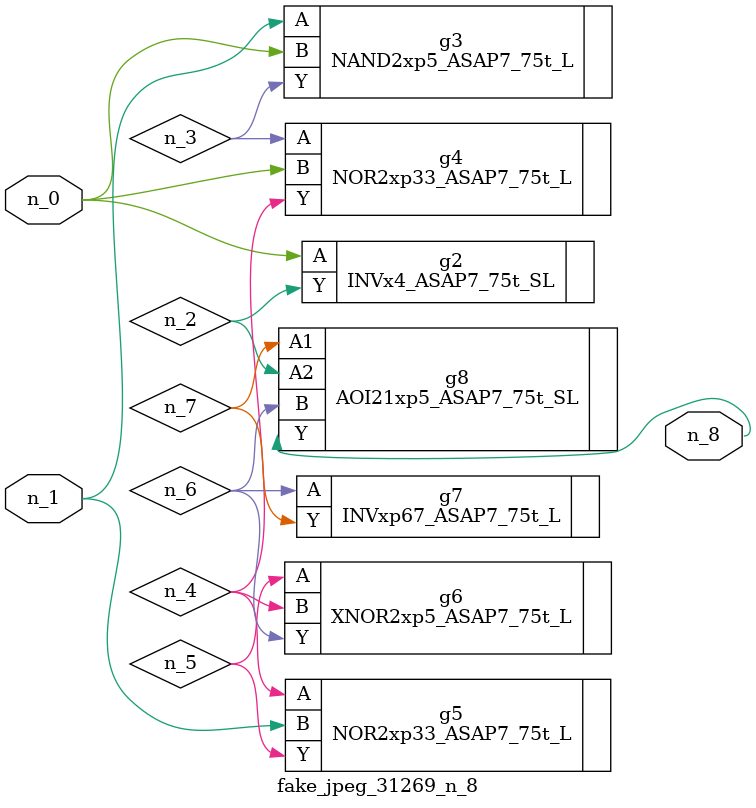
<source format=v>
module fake_jpeg_31269_n_8 (n_0, n_1, n_8);

input n_0;
input n_1;

output n_8;

wire n_3;
wire n_2;
wire n_4;
wire n_6;
wire n_5;
wire n_7;

INVx4_ASAP7_75t_SL g2 ( 
.A(n_0),
.Y(n_2)
);

NAND2xp5_ASAP7_75t_L g3 ( 
.A(n_1),
.B(n_0),
.Y(n_3)
);

NOR2xp33_ASAP7_75t_L g4 ( 
.A(n_3),
.B(n_0),
.Y(n_4)
);

NOR2xp33_ASAP7_75t_L g5 ( 
.A(n_4),
.B(n_1),
.Y(n_5)
);

XNOR2xp5_ASAP7_75t_L g6 ( 
.A(n_5),
.B(n_4),
.Y(n_6)
);

INVxp67_ASAP7_75t_L g7 ( 
.A(n_6),
.Y(n_7)
);

AOI21xp5_ASAP7_75t_SL g8 ( 
.A1(n_7),
.A2(n_2),
.B(n_6),
.Y(n_8)
);


endmodule
</source>
